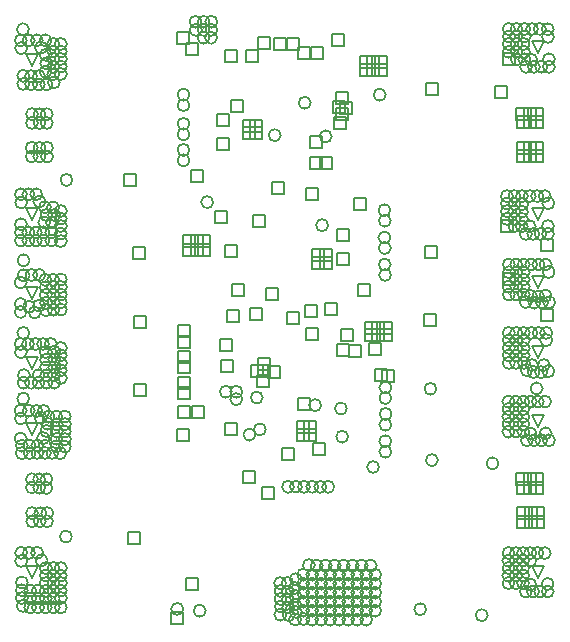
<source format=gbr>
%TF.GenerationSoftware,Altium Limited,Altium Designer,20.2.3 (150)*%
G04 Layer_Color=2752767*
%FSLAX26Y26*%
%MOIN*%
%TF.SameCoordinates,1E0D65CC-F0FE-4DFC-A0D5-6D9DD74121E6*%
%TF.FilePolarity,Positive*%
%TF.FileFunction,Drawing*%
%TF.Part,Single*%
G01*
G75*
%TA.AperFunction,NonConductor*%
%ADD57C,0.005000*%
%ADD98C,0.006667*%
D57*
X1418409Y1991432D02*
Y2031432D01*
X1458409D01*
Y1991432D01*
X1418409D01*
X953535Y1075311D02*
Y1115311D01*
X993535D01*
Y1075311D01*
X953535D01*
X1077000Y954000D02*
Y994000D01*
X1117000D01*
Y954000D01*
X1077000D01*
X1079000Y988000D02*
Y1028000D01*
X1119000D01*
Y988000D01*
X1079000D01*
X860000Y852000D02*
Y892000D01*
X900000D01*
Y852000D01*
X860000D01*
X955000Y1005765D02*
Y1045765D01*
X995000D01*
Y1005765D01*
X955000D01*
X1077910Y1013505D02*
Y1053505D01*
X1117910D01*
Y1013505D01*
X1077910D01*
X976000Y1172000D02*
Y1212000D01*
X1016000D01*
Y1172000D01*
X976000D01*
X1056000Y989000D02*
Y1029000D01*
X1096000D01*
Y989000D01*
X1056000D01*
X812000Y852000D02*
Y892000D01*
X852000D01*
Y852000D01*
X812000D01*
X808212Y774248D02*
Y814248D01*
X848212D01*
Y774248D01*
X808212D01*
X812992Y1087000D02*
Y1127000D01*
X852992D01*
Y1087000D01*
X812992D01*
X839441Y2061245D02*
Y2101245D01*
X879441D01*
Y2061245D01*
X839441D01*
X808254Y2098822D02*
Y2138822D01*
X848254D01*
Y2098822D01*
X808254D01*
X970000Y2038008D02*
Y2078008D01*
X1010000D01*
Y2038008D01*
X970000D01*
X1355652Y1108439D02*
Y1148439D01*
X1395652D01*
Y1108439D01*
X1355652D01*
X1113557Y987171D02*
Y1027171D01*
X1153557D01*
Y987171D01*
X1113557D01*
X988141Y1871300D02*
Y1911300D01*
X1028141D01*
Y1871300D01*
X988141D01*
X1040000Y2038008D02*
Y2078008D01*
X1080000D01*
Y2038008D01*
X1040000D01*
X1061440Y1487737D02*
Y1527737D01*
X1101440D01*
Y1487737D01*
X1061440D01*
X1330462Y1867735D02*
Y1907735D01*
X1370462D01*
Y1867735D01*
X1330462D01*
X1344000Y1060000D02*
Y1100000D01*
X1384000D01*
Y1060000D01*
X1344000D01*
X934808Y1503156D02*
Y1543156D01*
X974808D01*
Y1503156D01*
X934808D01*
X1327000Y2091000D02*
Y2131000D01*
X1367000D01*
Y2091000D01*
X1327000D01*
X1889142Y1472000D02*
Y1512000D01*
X1929142D01*
Y1472000D01*
X1889142D01*
X1398000Y1545000D02*
Y1585000D01*
X1438000D01*
Y1545000D01*
X1398000D01*
X1237385Y1190576D02*
Y1230576D01*
X1277385D01*
Y1190576D01*
X1237385D01*
X1177407Y1167208D02*
Y1207208D01*
X1217407D01*
Y1167208D01*
X1177407D01*
X1240386Y1578765D02*
Y1618765D01*
X1280386D01*
Y1578765D01*
X1240386D01*
X1259000Y1374000D02*
Y1414000D01*
X1299000D01*
Y1374000D01*
X1259000D01*
Y1350000D02*
Y1390000D01*
X1299000D01*
Y1350000D01*
X1259000D01*
X2012000Y2068000D02*
X1992000Y2108000D01*
X2032000D01*
X2012000Y2068000D01*
Y1512000D02*
X1992000Y1552000D01*
X2032000D01*
X2012000Y1512000D01*
Y1284000D02*
X1992000Y1324000D01*
X2032000D01*
X2012000Y1284000D01*
X1895268Y1294000D02*
Y1334000D01*
X1935268D01*
Y1294000D01*
X1895268D01*
X2012000Y1053000D02*
X1992000Y1093000D01*
X2032000D01*
X2012000Y1053000D01*
Y823000D02*
X1992000Y863000D01*
X2032000D01*
X2012000Y823000D01*
Y319000D02*
X1992000Y359000D01*
X2032000D01*
X2012000Y319000D01*
X325000D02*
X305000Y359000D01*
X345000D01*
X325000Y319000D01*
Y796000D02*
X305000Y836000D01*
X345000D01*
X325000Y796000D01*
Y1017000D02*
X305000Y1057000D01*
X345000D01*
X325000Y1017000D01*
Y1250000D02*
X305000Y1290000D01*
X345000D01*
X325000Y1250000D01*
Y1512000D02*
X305000Y1552000D01*
X345000D01*
X325000Y1512000D01*
Y2025000D02*
X305000Y2065000D01*
X345000D01*
X325000Y2025000D01*
X1469000Y974000D02*
Y1014000D01*
X1509000D01*
Y974000D01*
X1469000D01*
X1491787Y973000D02*
Y1013000D01*
X1531787D01*
Y973000D01*
X1491787D01*
X1435721Y1132750D02*
Y1172750D01*
X1475721D01*
Y1132750D01*
X1435721D01*
X1414328Y1258537D02*
Y1298537D01*
X1454328D01*
Y1258537D01*
X1414328D01*
X1382000Y1055000D02*
Y1095000D01*
X1422000D01*
Y1055000D01*
X1382000D01*
X1029078Y1780830D02*
Y1820830D01*
X1069078D01*
Y1780830D01*
X1029078D01*
X1054000Y1781000D02*
Y1821000D01*
X1094000D01*
Y1781000D01*
X1054000D01*
Y1806000D02*
Y1846000D01*
X1094000D01*
Y1806000D01*
X1054000D01*
X1029000D02*
Y1846000D01*
X1069000D01*
Y1806000D01*
X1029000D01*
X1231772Y776139D02*
Y816139D01*
X1271772D01*
Y776139D01*
X1231772D01*
X1231459Y801588D02*
Y841588D01*
X1271459D01*
Y801588D01*
X1231459D01*
X1208235Y775373D02*
Y815373D01*
X1248235D01*
Y775373D01*
X1208235D01*
X1208000Y802000D02*
Y842000D01*
X1248000D01*
Y802000D01*
X1208000D01*
X1286000Y1350000D02*
Y1390000D01*
X1326000D01*
Y1350000D01*
X1286000D01*
Y1374000D02*
Y1414000D01*
X1326000D01*
Y1374000D01*
X1286000D01*
X1487000Y1108000D02*
Y1148000D01*
X1527000D01*
Y1108000D01*
X1487000D01*
X1461000D02*
Y1148000D01*
X1501000D01*
Y1108000D01*
X1461000D01*
X1436000D02*
Y1148000D01*
X1476000D01*
Y1108000D01*
X1436000D01*
X1486809Y1133370D02*
Y1173370D01*
X1526809D01*
Y1133370D01*
X1486809D01*
X1460491Y1133060D02*
Y1173060D01*
X1500491D01*
Y1133060D01*
X1460491D01*
X878000Y1393000D02*
Y1433000D01*
X918000D01*
Y1393000D01*
X878000D01*
X856000D02*
Y1433000D01*
X896000D01*
Y1393000D01*
X856000D01*
X831000D02*
Y1433000D01*
X871000D01*
Y1393000D01*
X831000D01*
X878000Y1422000D02*
Y1462000D01*
X918000D01*
Y1422000D01*
X878000D01*
X856000D02*
Y1462000D01*
X896000D01*
Y1422000D01*
X856000D01*
X831000D02*
Y1462000D01*
X871000D01*
Y1422000D01*
X831000D01*
X1637005Y1385041D02*
Y1425041D01*
X1677005D01*
Y1385041D01*
X1637005D01*
X1869992Y1919000D02*
Y1959000D01*
X1909992D01*
Y1919000D01*
X1869992D01*
X1254000Y1682000D02*
Y1722000D01*
X1294000D01*
Y1682000D01*
X1254000D01*
Y1751000D02*
Y1791000D01*
X1294000D01*
Y1751000D01*
X1254000D01*
X1341000Y1847000D02*
Y1887000D01*
X1381000D01*
Y1847000D01*
X1341000D01*
X1354000Y1866000D02*
Y1906000D01*
X1394000D01*
Y1866000D01*
X1354000D01*
X1469000Y1992000D02*
Y2032000D01*
X1509000D01*
Y1992000D01*
X1469000D01*
X1444000D02*
Y2032000D01*
X1484000D01*
Y1992000D01*
X1444000D01*
X1469000Y2020000D02*
Y2060000D01*
X1509000D01*
Y2020000D01*
X1469000D01*
X1444000D02*
Y2060000D01*
X1484000D01*
Y2020000D01*
X1444000D01*
X1419000D02*
Y2060000D01*
X1459000D01*
Y2020000D01*
X1419000D01*
X789000Y164000D02*
Y204000D01*
X829000D01*
Y164000D01*
X789000D01*
X838591Y279000D02*
Y319000D01*
X878591D01*
Y279000D01*
X838591D01*
X1992000Y486000D02*
Y526000D01*
X2032000D01*
Y486000D01*
X1992000D01*
X1968000D02*
Y526000D01*
X2008000D01*
Y486000D01*
X1968000D01*
X1942000D02*
Y526000D01*
X1982000D01*
Y486000D01*
X1942000D01*
X1992000Y515000D02*
Y555000D01*
X2032000D01*
Y515000D01*
X1992000D01*
X1969000D02*
Y555000D01*
X2009000D01*
Y515000D01*
X1969000D01*
X1942000D02*
Y555000D01*
X1982000D01*
Y515000D01*
X1942000D01*
X1991000Y599000D02*
Y639000D01*
X2031000D01*
Y599000D01*
X1991000D01*
X1966000D02*
Y639000D01*
X2006000D01*
Y599000D01*
X1966000D01*
X1942000D02*
Y639000D01*
X1982000D01*
Y599000D01*
X1942000D01*
X1965783Y627947D02*
Y667947D01*
X2005783D01*
Y627947D01*
X1965783D01*
X1991000Y628000D02*
Y668000D01*
X2031000D01*
Y628000D01*
X1991000D01*
X1941000D02*
Y668000D01*
X1981000D01*
Y628000D01*
X1941000D01*
X1991000Y1704000D02*
Y1744000D01*
X2031000D01*
Y1704000D01*
X1991000D01*
X1967000D02*
Y1744000D01*
X2007000D01*
Y1704000D01*
X1967000D01*
X1943000D02*
Y1744000D01*
X1983000D01*
Y1704000D01*
X1943000D01*
X1991000Y1732000D02*
Y1772000D01*
X2031000D01*
Y1732000D01*
X1991000D01*
X1966000D02*
Y1772000D01*
X2006000D01*
Y1732000D01*
X1966000D01*
X1942000D02*
Y1772000D01*
X1982000D01*
Y1732000D01*
X1942000D01*
X1990000Y1818000D02*
Y1858000D01*
X2030000D01*
Y1818000D01*
X1990000D01*
X1966000D02*
Y1858000D01*
X2006000D01*
Y1818000D01*
X1966000D01*
X1942000D02*
Y1858000D01*
X1982000D01*
Y1818000D01*
X1942000D01*
X1989000Y1845000D02*
Y1885000D01*
X2029000D01*
Y1845000D01*
X1989000D01*
X1966000D02*
Y1885000D01*
X2006000D01*
Y1845000D01*
X1966000D01*
X1941000D02*
Y1885000D01*
X1981000D01*
Y1845000D01*
X1941000D01*
X1332552Y1816698D02*
Y1856698D01*
X1372552D01*
Y1816698D01*
X1332552D01*
X1212000Y879000D02*
Y919000D01*
X1252000D01*
Y879000D01*
X1212000D01*
X1304184Y1194272D02*
Y1234272D01*
X1344184D01*
Y1194272D01*
X1304184D01*
X812992Y1122000D02*
Y1162000D01*
X852992D01*
Y1122000D01*
X812992D01*
X1341000Y1899000D02*
Y1939000D01*
X1381000D01*
Y1899000D01*
X1341000D01*
X1080000Y2083000D02*
Y2123000D01*
X1120000D01*
Y2083000D01*
X1080000D01*
X1160000Y713000D02*
Y753000D01*
X1200000D01*
Y713000D01*
X1160000D01*
X1212000Y2048000D02*
Y2088000D01*
X1252000D01*
Y2048000D01*
X1212000D01*
X1134000Y2080000D02*
Y2120000D01*
X1174000D01*
Y2080000D01*
X1134000D01*
X994000Y1260008D02*
Y1300008D01*
X1034000D01*
Y1260008D01*
X994000D01*
X968341Y795972D02*
Y835972D01*
X1008341D01*
Y795972D01*
X968341D01*
X1092000Y583000D02*
Y623000D01*
X1132000D01*
Y583000D01*
X1092000D01*
X1176000Y2080000D02*
Y2120000D01*
X1216000D01*
Y2080000D01*
X1176000D01*
X1255000Y2048000D02*
Y2088000D01*
X1295000D01*
Y2048000D01*
X1255000D01*
X969000Y1388000D02*
Y1428000D01*
X1009000D01*
Y1388000D01*
X969000D01*
X645905Y432207D02*
Y472207D01*
X685905D01*
Y432207D01*
X645905D01*
X665636Y925787D02*
Y965787D01*
X705636D01*
Y925787D01*
X665636D01*
X662817Y1381642D02*
Y1421642D01*
X702817D01*
Y1381642D01*
X662817D01*
X666917Y1151726D02*
Y1191726D01*
X706917D01*
Y1151726D01*
X666917D01*
X1286405Y1682789D02*
Y1722789D01*
X1326405D01*
Y1682789D01*
X1286405D01*
X1126887Y1599915D02*
Y1639915D01*
X1166887D01*
Y1599915D01*
X1126887D01*
X634134Y1627255D02*
Y1667255D01*
X674134D01*
Y1627255D01*
X634134D01*
X856000Y1639000D02*
Y1679000D01*
X896000D01*
Y1639000D01*
X856000D01*
X943000Y1745000D02*
Y1785000D01*
X983000D01*
Y1745000D01*
X943000D01*
X942000Y1824000D02*
Y1864000D01*
X982000D01*
Y1824000D01*
X942000D01*
X2022000Y1176000D02*
Y1216000D01*
X2062000D01*
Y1176000D01*
X2022000D01*
X2023000Y1409000D02*
Y1449000D01*
X2063000D01*
Y1409000D01*
X2023000D01*
X1343000Y1363000D02*
Y1403000D01*
X1383000D01*
Y1363000D01*
X1343000D01*
X1344000Y1441000D02*
Y1481000D01*
X1384000D01*
Y1441000D01*
X1344000D01*
X1632000Y1158000D02*
Y1198000D01*
X1672000D01*
Y1158000D01*
X1632000D01*
X1895535Y2028000D02*
Y2068000D01*
X1935535D01*
Y2028000D01*
X1895535D01*
X1639162Y1928125D02*
Y1968125D01*
X1679162D01*
Y1928125D01*
X1639162D01*
X1054000Y1179000D02*
Y1219000D01*
X1094000D01*
Y1179000D01*
X1054000D01*
X1105898Y1244102D02*
Y1284102D01*
X1145898D01*
Y1244102D01*
X1105898D01*
X1241000Y1112000D02*
Y1152000D01*
X1281000D01*
Y1112000D01*
X1241000D01*
X1262000Y727850D02*
Y767850D01*
X1302000D01*
Y727850D01*
X1262000D01*
X813000Y949378D02*
Y989378D01*
X853000D01*
Y949378D01*
X813000D01*
X812992Y1036000D02*
Y1076000D01*
X852992D01*
Y1036000D01*
X812992D01*
Y915000D02*
Y955000D01*
X852992D01*
Y915000D01*
X812992D01*
Y1001000D02*
Y1041000D01*
X852992D01*
Y1001000D01*
X812992D01*
X1451000Y1062000D02*
Y1102000D01*
X1491000D01*
Y1062000D01*
X1451000D01*
X1030719Y635108D02*
Y675108D01*
X1070719D01*
Y635108D01*
X1030719D01*
D98*
X850992Y1711000D02*
G03*
X850992Y1711000I-20000J0D01*
G01*
Y1746000D02*
G03*
X850992Y1746000I-20000J0D01*
G01*
Y1833000D02*
G03*
X850992Y1833000I-20000J0D01*
G01*
Y1930000D02*
G03*
X850992Y1930000I-20000J0D01*
G01*
Y1895000D02*
G03*
X850992Y1895000I-20000J0D01*
G01*
Y1798000D02*
G03*
X850992Y1798000I-20000J0D01*
G01*
X918000Y2120000D02*
G03*
X918000Y2120000I-20000J0D01*
G01*
X943000D02*
G03*
X943000Y2120000I-20000J0D01*
G01*
X892000Y2146000D02*
G03*
X892000Y2146000I-20000J0D01*
G01*
X918000D02*
G03*
X918000Y2146000I-20000J0D01*
G01*
X944000D02*
G03*
X944000Y2146000I-20000J0D01*
G01*
X891000Y2173000D02*
G03*
X891000Y2173000I-20000J0D01*
G01*
X918000D02*
G03*
X918000Y2173000I-20000J0D01*
G01*
X944000D02*
G03*
X944000Y2173000I-20000J0D01*
G01*
X1155000Y1795000D02*
G03*
X1155000Y1795000I-20000J0D01*
G01*
X1255000Y1903000D02*
G03*
X1255000Y1903000I-20000J0D01*
G01*
X1027000Y915000D02*
G03*
X1027000Y915000I-20000J0D01*
G01*
Y939992D02*
G03*
X1027000Y939992I-20000J0D01*
G01*
X1095118Y920519D02*
G03*
X1095118Y920519I-20000J0D01*
G01*
X1333376Y622953D02*
G03*
X1333376Y622953I-20000J0D01*
G01*
X1307239Y622788D02*
G03*
X1307239Y622788I-20000J0D01*
G01*
X1280316Y623073D02*
G03*
X1280316Y623073I-20000J0D01*
G01*
X1252605Y622772D02*
G03*
X1252605Y622772I-20000J0D01*
G01*
X1225948Y623525D02*
G03*
X1225948Y623525I-20000J0D01*
G01*
X1199441Y623073D02*
G03*
X1199441Y623073I-20000J0D01*
G01*
X1520827Y1545000D02*
G03*
X1520827Y1545000I-20000J0D01*
G01*
X1521827Y1364000D02*
G03*
X1521827Y1364000I-20000J0D01*
G01*
X1520827Y1454000D02*
G03*
X1520827Y1454000I-20000J0D01*
G01*
X930000Y1571984D02*
G03*
X930000Y1571984I-20000J0D01*
G01*
X2065000Y299000D02*
G03*
X2065000Y299000I-20000J0D01*
G01*
X2007000Y297000D02*
G03*
X2007000Y297000I-20000J0D01*
G01*
X2065000Y274000D02*
G03*
X2065000Y274000I-20000J0D01*
G01*
X2040000D02*
G03*
X2040000Y274000I-20000J0D01*
G01*
X2016000D02*
G03*
X2016000Y274000I-20000J0D01*
G01*
X1992000D02*
G03*
X1992000Y274000I-20000J0D01*
G01*
X1983000Y302000D02*
G03*
X1983000Y302000I-20000J0D01*
G01*
X1959000D02*
G03*
X1959000Y302000I-20000J0D01*
G01*
X1983000Y327000D02*
G03*
X1983000Y327000I-20000J0D01*
G01*
X1959000D02*
G03*
X1959000Y327000I-20000J0D01*
G01*
X1983000Y352000D02*
G03*
X1983000Y352000I-20000J0D01*
G01*
X1959000D02*
G03*
X1959000Y352000I-20000J0D01*
G01*
X2007000Y377000D02*
G03*
X2007000Y377000I-20000J0D01*
G01*
X1983000D02*
G03*
X1983000Y377000I-20000J0D01*
G01*
X1959000D02*
G03*
X1959000Y377000I-20000J0D01*
G01*
X2055000Y402000D02*
G03*
X2055000Y402000I-20000J0D01*
G01*
X2031000D02*
G03*
X2031000Y402000I-20000J0D01*
G01*
X2007000D02*
G03*
X2007000Y402000I-20000J0D01*
G01*
X1983000D02*
G03*
X1983000Y402000I-20000J0D01*
G01*
X1959000D02*
G03*
X1959000Y402000I-20000J0D01*
G01*
X1934000Y377000D02*
G03*
X1934000Y377000I-20000J0D01*
G01*
Y327000D02*
G03*
X1934000Y327000I-20000J0D01*
G01*
X1934268Y302000D02*
G03*
X1934268Y302000I-20000J0D01*
G01*
Y352000D02*
G03*
X1934268Y352000I-20000J0D01*
G01*
X2056000Y907000D02*
G03*
X2056000Y907000I-20000J0D01*
G01*
X2032000D02*
G03*
X2032000Y907000I-20000J0D01*
G01*
X2008000D02*
G03*
X2008000Y907000I-20000J0D01*
G01*
X2058000Y801000D02*
G03*
X2058000Y801000I-20000J0D01*
G01*
X2008000Y800000D02*
G03*
X2008000Y800000I-20000J0D01*
G01*
X2069000Y778000D02*
G03*
X2069000Y778000I-20000J0D01*
G01*
X2044000D02*
G03*
X2044000Y778000I-20000J0D01*
G01*
X2020000D02*
G03*
X2020000Y778000I-20000J0D01*
G01*
X1996000D02*
G03*
X1996000Y778000I-20000J0D01*
G01*
X1984000Y807000D02*
G03*
X1984000Y807000I-20000J0D01*
G01*
Y832000D02*
G03*
X1984000Y832000I-20000J0D01*
G01*
Y857000D02*
G03*
X1984000Y857000I-20000J0D01*
G01*
Y882000D02*
G03*
X1984000Y882000I-20000J0D01*
G01*
Y907000D02*
G03*
X1984000Y907000I-20000J0D01*
G01*
X1959000D02*
G03*
X1959000Y907000I-20000J0D01*
G01*
Y882000D02*
G03*
X1959000Y882000I-20000J0D01*
G01*
Y857000D02*
G03*
X1959000Y857000I-20000J0D01*
G01*
Y832000D02*
G03*
X1959000Y832000I-20000J0D01*
G01*
Y807000D02*
G03*
X1959000Y807000I-20000J0D01*
G01*
X1934000Y832000D02*
G03*
X1934000Y832000I-20000J0D01*
G01*
Y882000D02*
G03*
X1934000Y882000I-20000J0D01*
G01*
X1934268Y807000D02*
G03*
X1934268Y807000I-20000J0D01*
G01*
Y907000D02*
G03*
X1934268Y907000I-20000J0D01*
G01*
X2052413Y1028761D02*
G03*
X2052413Y1028761I-20000J0D01*
G01*
X2012194Y1028812D02*
G03*
X2012194Y1028812I-20000J0D01*
G01*
X2067145Y1008319D02*
G03*
X2067145Y1008319I-20000J0D01*
G01*
X2043172Y1005244D02*
G03*
X2043172Y1005244I-20000J0D01*
G01*
X2018018Y1005409D02*
G03*
X2018018Y1005409I-20000J0D01*
G01*
X2060000Y1112000D02*
G03*
X2060000Y1112000I-20000J0D01*
G01*
X1994447Y1012414D02*
G03*
X1994447Y1012414I-20000J0D01*
G01*
X1986000Y1036000D02*
G03*
X1986000Y1036000I-20000J0D01*
G01*
X1960000D02*
G03*
X1960000Y1036000I-20000J0D01*
G01*
X1985000Y1061000D02*
G03*
X1985000Y1061000I-20000J0D01*
G01*
X1960000D02*
G03*
X1960000Y1061000I-20000J0D01*
G01*
X1985000Y1085000D02*
G03*
X1985000Y1085000I-20000J0D01*
G01*
X1960000D02*
G03*
X1960000Y1085000I-20000J0D01*
G01*
X1985000Y1111000D02*
G03*
X1985000Y1111000I-20000J0D01*
G01*
X1960000D02*
G03*
X1960000Y1111000I-20000J0D01*
G01*
X2060000Y1136000D02*
G03*
X2060000Y1136000I-20000J0D01*
G01*
X2035000D02*
G03*
X2035000Y1136000I-20000J0D01*
G01*
X2010000D02*
G03*
X2010000Y1136000I-20000J0D01*
G01*
X1985000D02*
G03*
X1985000Y1136000I-20000J0D01*
G01*
X1960000D02*
G03*
X1960000Y1136000I-20000J0D01*
G01*
X1935000Y1061000D02*
G03*
X1935000Y1061000I-20000J0D01*
G01*
Y1111000D02*
G03*
X1935000Y1111000I-20000J0D01*
G01*
X1935268Y1036000D02*
G03*
X1935268Y1036000I-20000J0D01*
G01*
Y1136000D02*
G03*
X1935268Y1136000I-20000J0D01*
G01*
Y1086000D02*
G03*
X1935268Y1086000I-20000J0D01*
G01*
X2068000Y1339000D02*
G03*
X2068000Y1339000I-20000J0D01*
G01*
X2058000Y1260000D02*
G03*
X2058000Y1260000I-20000J0D01*
G01*
X2033000Y1257000D02*
G03*
X2033000Y1257000I-20000J0D01*
G01*
X2070000Y1238000D02*
G03*
X2070000Y1238000I-20000J0D01*
G01*
X2046000Y1237000D02*
G03*
X2046000Y1237000I-20000J0D01*
G01*
X2021000D02*
G03*
X2021000Y1237000I-20000J0D01*
G01*
X2009000Y1259000D02*
G03*
X2009000Y1259000I-20000J0D01*
G01*
X1992000Y1239000D02*
G03*
X1992000Y1239000I-20000J0D01*
G01*
X1985000Y1264000D02*
G03*
X1985000Y1264000I-20000J0D01*
G01*
X1960000D02*
G03*
X1960000Y1264000I-20000J0D01*
G01*
X1985000Y1290000D02*
G03*
X1985000Y1290000I-20000J0D01*
G01*
X1960000D02*
G03*
X1960000Y1290000I-20000J0D01*
G01*
X1985000Y1314000D02*
G03*
X1985000Y1314000I-20000J0D01*
G01*
X1960000D02*
G03*
X1960000Y1314000I-20000J0D01*
G01*
X1985000Y1338000D02*
G03*
X1985000Y1338000I-20000J0D01*
G01*
X1960000D02*
G03*
X1960000Y1338000I-20000J0D01*
G01*
X2058000Y1364000D02*
G03*
X2058000Y1364000I-20000J0D01*
G01*
X2034000D02*
G03*
X2034000Y1364000I-20000J0D01*
G01*
X2010000D02*
G03*
X2010000Y1364000I-20000J0D01*
G01*
X1985000D02*
G03*
X1985000Y1364000I-20000J0D01*
G01*
X1960000D02*
G03*
X1960000Y1364000I-20000J0D01*
G01*
X1935000Y1290000D02*
G03*
X1935000Y1290000I-20000J0D01*
G01*
X1936000Y1338000D02*
G03*
X1936000Y1338000I-20000J0D01*
G01*
X1935268Y1364000D02*
G03*
X1935268Y1364000I-20000J0D01*
G01*
Y1264000D02*
G03*
X1935268Y1264000I-20000J0D01*
G01*
X2067000Y1568000D02*
G03*
X2067000Y1568000I-20000J0D01*
G01*
X2005000Y1491000D02*
G03*
X2005000Y1491000I-20000J0D01*
G01*
X2066000Y1492000D02*
G03*
X2066000Y1492000I-20000J0D01*
G01*
Y1466000D02*
G03*
X2066000Y1466000I-20000J0D01*
G01*
X2041000D02*
G03*
X2041000Y1466000I-20000J0D01*
G01*
X2017000D02*
G03*
X2017000Y1466000I-20000J0D01*
G01*
X1992000D02*
G03*
X1992000Y1466000I-20000J0D01*
G01*
X1979000Y1491000D02*
G03*
X1979000Y1491000I-20000J0D01*
G01*
X1954000Y1492000D02*
G03*
X1954000Y1492000I-20000J0D01*
G01*
X1979000Y1516000D02*
G03*
X1979000Y1516000I-20000J0D01*
G01*
X1954000D02*
G03*
X1954000Y1516000I-20000J0D01*
G01*
X1979000Y1540000D02*
G03*
X1979000Y1540000I-20000J0D01*
G01*
X1954000Y1541000D02*
G03*
X1954000Y1541000I-20000J0D01*
G01*
X1980000Y1565000D02*
G03*
X1980000Y1565000I-20000J0D01*
G01*
X1954000Y1566000D02*
G03*
X1954000Y1566000I-20000J0D01*
G01*
X2055000Y1592000D02*
G03*
X2055000Y1592000I-20000J0D01*
G01*
X2030000D02*
G03*
X2030000Y1592000I-20000J0D01*
G01*
X2005000D02*
G03*
X2005000Y1592000I-20000J0D01*
G01*
X1979000D02*
G03*
X1979000Y1592000I-20000J0D01*
G01*
X1954000D02*
G03*
X1954000Y1592000I-20000J0D01*
G01*
X1929000Y1516000D02*
G03*
X1929000Y1516000I-20000J0D01*
G01*
Y1567000D02*
G03*
X1929000Y1567000I-20000J0D01*
G01*
X1929142Y1542000D02*
G03*
X1929142Y1542000I-20000J0D01*
G01*
Y1592000D02*
G03*
X1929142Y1592000I-20000J0D01*
G01*
X1934268Y402000D02*
G03*
X1934268Y402000I-20000J0D01*
G01*
X2027980Y950868D02*
G03*
X2027980Y950868I-20000J0D01*
G01*
X2066000Y2123000D02*
G03*
X2066000Y2123000I-20000J0D01*
G01*
X2010000Y2046000D02*
G03*
X2010000Y2046000I-20000J0D01*
G01*
X2069000Y2048000D02*
G03*
X2069000Y2048000I-20000J0D01*
G01*
Y2023000D02*
G03*
X2069000Y2023000I-20000J0D01*
G01*
X2044000D02*
G03*
X2044000Y2023000I-20000J0D01*
G01*
X2019000D02*
G03*
X2019000Y2023000I-20000J0D01*
G01*
X1993000D02*
G03*
X1993000Y2023000I-20000J0D01*
G01*
X1987000Y2048000D02*
G03*
X1987000Y2048000I-20000J0D01*
G01*
X1962000D02*
G03*
X1962000Y2048000I-20000J0D01*
G01*
X1986000Y2073000D02*
G03*
X1986000Y2073000I-20000J0D01*
G01*
X1961000D02*
G03*
X1961000Y2073000I-20000J0D01*
G01*
X1985000Y2099000D02*
G03*
X1985000Y2099000I-20000J0D01*
G01*
X1961000D02*
G03*
X1961000Y2099000I-20000J0D01*
G01*
X1988000Y2124000D02*
G03*
X1988000Y2124000I-20000J0D01*
G01*
X1961000D02*
G03*
X1961000Y2124000I-20000J0D01*
G01*
X2065000Y2148000D02*
G03*
X2065000Y2148000I-20000J0D01*
G01*
X2039000Y2149000D02*
G03*
X2039000Y2149000I-20000J0D01*
G01*
X2013000D02*
G03*
X2013000Y2149000I-20000J0D01*
G01*
X1987000D02*
G03*
X1987000Y2149000I-20000J0D01*
G01*
X1961000D02*
G03*
X1961000Y2149000I-20000J0D01*
G01*
X1935000Y2073000D02*
G03*
X1935000Y2073000I-20000J0D01*
G01*
X1936000Y2124000D02*
G03*
X1936000Y2124000I-20000J0D01*
G01*
X1935268Y2149000D02*
G03*
X1935268Y2149000I-20000J0D01*
G01*
Y2099000D02*
G03*
X1935268Y2099000I-20000J0D01*
G01*
X378000Y378000D02*
G03*
X378000Y378000I-20000J0D01*
G01*
X363000Y403000D02*
G03*
X363000Y403000I-20000J0D01*
G01*
X336000D02*
G03*
X336000Y403000I-20000J0D01*
G01*
X310000D02*
G03*
X310000Y403000I-20000J0D01*
G01*
Y376000D02*
G03*
X310000Y376000I-20000J0D01*
G01*
X312000Y304000D02*
G03*
X312000Y304000I-20000J0D01*
G01*
X315000Y226000D02*
G03*
X315000Y226000I-20000J0D01*
G01*
X312000Y252000D02*
G03*
X312000Y252000I-20000J0D01*
G01*
Y278000D02*
G03*
X312000Y278000I-20000J0D01*
G01*
X340000Y277000D02*
G03*
X340000Y277000I-20000J0D01*
G01*
X366000D02*
G03*
X366000Y277000I-20000J0D01*
G01*
Y251000D02*
G03*
X366000Y251000I-20000J0D01*
G01*
X340000D02*
G03*
X340000Y251000I-20000J0D01*
G01*
Y221000D02*
G03*
X340000Y221000I-20000J0D01*
G01*
X366000D02*
G03*
X366000Y221000I-20000J0D01*
G01*
X392000D02*
G03*
X392000Y221000I-20000J0D01*
G01*
Y251000D02*
G03*
X392000Y251000I-20000J0D01*
G01*
Y276000D02*
G03*
X392000Y276000I-20000J0D01*
G01*
Y302000D02*
G03*
X392000Y302000I-20000J0D01*
G01*
Y327000D02*
G03*
X392000Y327000I-20000J0D01*
G01*
X418000Y221000D02*
G03*
X418000Y221000I-20000J0D01*
G01*
X418138Y251673D02*
G03*
X418138Y251673I-20000J0D01*
G01*
X418000Y276000D02*
G03*
X418000Y276000I-20000J0D01*
G01*
Y302000D02*
G03*
X418000Y302000I-20000J0D01*
G01*
Y327000D02*
G03*
X418000Y327000I-20000J0D01*
G01*
X392000Y352000D02*
G03*
X392000Y352000I-20000J0D01*
G01*
X418000D02*
G03*
X418000Y352000I-20000J0D01*
G01*
X442000Y327000D02*
G03*
X442000Y327000I-20000J0D01*
G01*
Y277000D02*
G03*
X442000Y277000I-20000J0D01*
G01*
Y221000D02*
G03*
X442000Y221000I-20000J0D01*
G01*
X442000Y252000D02*
G03*
X442000Y252000I-20000J0D01*
G01*
Y302000D02*
G03*
X442000Y302000I-20000J0D01*
G01*
Y352000D02*
G03*
X442000Y352000I-20000J0D01*
G01*
X1505000Y1930000D02*
G03*
X1505000Y1930000I-20000J0D01*
G01*
X375000Y853000D02*
G03*
X375000Y853000I-20000J0D01*
G01*
X385000Y876000D02*
G03*
X385000Y876000I-20000J0D01*
G01*
X361000D02*
G03*
X361000Y876000I-20000J0D01*
G01*
X335000Y877000D02*
G03*
X335000Y877000I-20000J0D01*
G01*
X308000D02*
G03*
X308000Y877000I-20000J0D01*
G01*
X309000Y851000D02*
G03*
X309000Y851000I-20000J0D01*
G01*
X398000Y833000D02*
G03*
X398000Y833000I-20000J0D01*
G01*
X394000Y809000D02*
G03*
X394000Y809000I-20000J0D01*
G01*
X383000Y785000D02*
G03*
X383000Y785000I-20000J0D01*
G01*
X308000Y784000D02*
G03*
X308000Y784000I-20000J0D01*
G01*
X389000Y760000D02*
G03*
X389000Y760000I-20000J0D01*
G01*
X364000D02*
G03*
X364000Y760000I-20000J0D01*
G01*
X338000D02*
G03*
X338000Y760000I-20000J0D01*
G01*
X312000D02*
G03*
X312000Y760000I-20000J0D01*
G01*
Y735000D02*
G03*
X312000Y735000I-20000J0D01*
G01*
X338000D02*
G03*
X338000Y735000I-20000J0D01*
G01*
X364000Y736000D02*
G03*
X364000Y736000I-20000J0D01*
G01*
X389000D02*
G03*
X389000Y736000I-20000J0D01*
G01*
X440000Y735000D02*
G03*
X440000Y735000I-20000J0D01*
G01*
X414000Y736000D02*
G03*
X414000Y736000I-20000J0D01*
G01*
X428000Y758000D02*
G03*
X428000Y758000I-20000J0D01*
G01*
Y783000D02*
G03*
X428000Y783000I-20000J0D01*
G01*
Y807000D02*
G03*
X428000Y807000I-20000J0D01*
G01*
Y831000D02*
G03*
X428000Y831000I-20000J0D01*
G01*
X427000Y857000D02*
G03*
X427000Y857000I-20000J0D01*
G01*
X400839Y857028D02*
G03*
X400839Y857028I-20000J0D01*
G01*
X456000Y782000D02*
G03*
X456000Y782000I-20000J0D01*
G01*
Y832000D02*
G03*
X456000Y832000I-20000J0D01*
G01*
X455590Y757000D02*
G03*
X455590Y757000I-20000J0D01*
G01*
Y807000D02*
G03*
X455590Y807000I-20000J0D01*
G01*
Y857000D02*
G03*
X455590Y857000I-20000J0D01*
G01*
X409000Y1099000D02*
G03*
X409000Y1099000I-20000J0D01*
G01*
X383000D02*
G03*
X383000Y1099000I-20000J0D01*
G01*
X358000D02*
G03*
X358000Y1099000I-20000J0D01*
G01*
X333000D02*
G03*
X333000Y1099000I-20000J0D01*
G01*
X308000D02*
G03*
X308000Y1099000I-20000J0D01*
G01*
X309000Y1072000D02*
G03*
X309000Y1072000I-20000J0D01*
G01*
D02*
G03*
X309000Y1072000I-20000J0D01*
G01*
X420000Y1073000D02*
G03*
X420000Y1073000I-20000J0D01*
G01*
X392000Y1072000D02*
G03*
X392000Y1072000I-20000J0D01*
G01*
D02*
G03*
X392000Y1072000I-20000J0D01*
G01*
X420000Y1047000D02*
G03*
X420000Y1047000I-20000J0D01*
G01*
X393000D02*
G03*
X393000Y1047000I-20000J0D01*
G01*
X420000Y1021000D02*
G03*
X420000Y1021000I-20000J0D01*
G01*
X393000D02*
G03*
X393000Y1021000I-20000J0D01*
G01*
X420000Y995000D02*
G03*
X420000Y995000I-20000J0D01*
G01*
X394000D02*
G03*
X394000Y995000I-20000J0D01*
G01*
X368000D02*
G03*
X368000Y995000I-20000J0D01*
G01*
X319000D02*
G03*
X319000Y995000I-20000J0D01*
G01*
X318000Y970000D02*
G03*
X318000Y970000I-20000J0D01*
G01*
X343000D02*
G03*
X343000Y970000I-20000J0D01*
G01*
X368000D02*
G03*
X368000Y970000I-20000J0D01*
G01*
X394000D02*
G03*
X394000Y970000I-20000J0D01*
G01*
X420000D02*
G03*
X420000Y970000I-20000J0D01*
G01*
X442000Y1011000D02*
G03*
X442000Y1011000I-20000J0D01*
G01*
Y1061000D02*
G03*
X442000Y1061000I-20000J0D01*
G01*
X442079Y986000D02*
G03*
X442079Y986000I-20000J0D01*
G01*
Y1036000D02*
G03*
X442079Y1036000I-20000J0D01*
G01*
Y1086000D02*
G03*
X442079Y1086000I-20000J0D01*
G01*
X392000Y1288000D02*
G03*
X392000Y1288000I-20000J0D01*
G01*
X355000Y1204000D02*
G03*
X355000Y1204000I-20000J0D01*
G01*
X308000Y1206000D02*
G03*
X308000Y1206000I-20000J0D01*
G01*
X336000Y1223000D02*
G03*
X336000Y1223000I-20000J0D01*
G01*
X370000Y1227000D02*
G03*
X370000Y1227000I-20000J0D01*
G01*
X308000Y1232000D02*
G03*
X308000Y1232000I-20000J0D01*
G01*
Y1304000D02*
G03*
X308000Y1304000I-20000J0D01*
G01*
X318000Y1328000D02*
G03*
X318000Y1328000I-20000J0D01*
G01*
X344000Y1329000D02*
G03*
X344000Y1329000I-20000J0D01*
G01*
X370000D02*
G03*
X370000Y1329000I-20000J0D01*
G01*
X393000Y1212000D02*
G03*
X393000Y1212000I-20000J0D01*
G01*
Y1236000D02*
G03*
X393000Y1236000I-20000J0D01*
G01*
X418000Y1213000D02*
G03*
X418000Y1213000I-20000J0D01*
G01*
Y1237000D02*
G03*
X418000Y1237000I-20000J0D01*
G01*
X392000Y1263000D02*
G03*
X392000Y1263000I-20000J0D01*
G01*
X417000D02*
G03*
X417000Y1263000I-20000J0D01*
G01*
Y1289000D02*
G03*
X417000Y1289000I-20000J0D01*
G01*
X390000Y1313000D02*
G03*
X390000Y1313000I-20000J0D01*
G01*
X417000D02*
G03*
X417000Y1313000I-20000J0D01*
G01*
X442000Y1289000D02*
G03*
X442000Y1289000I-20000J0D01*
G01*
Y1238000D02*
G03*
X442000Y1238000I-20000J0D01*
G01*
X442000Y1214000D02*
G03*
X442000Y1214000I-20000J0D01*
G01*
Y1264000D02*
G03*
X442000Y1264000I-20000J0D01*
G01*
Y1314000D02*
G03*
X442000Y1314000I-20000J0D01*
G01*
X410000Y1471000D02*
G03*
X410000Y1471000I-20000J0D01*
G01*
X384000D02*
G03*
X384000Y1471000I-20000J0D01*
G01*
X359000D02*
G03*
X359000Y1471000I-20000J0D01*
G01*
X334000D02*
G03*
X334000Y1471000I-20000J0D01*
G01*
X411000Y1444000D02*
G03*
X411000Y1444000I-20000J0D01*
G01*
X384000D02*
G03*
X384000Y1444000I-20000J0D01*
G01*
X359000D02*
G03*
X359000Y1444000I-20000J0D01*
G01*
X334000D02*
G03*
X334000Y1444000I-20000J0D01*
G01*
X309000D02*
G03*
X309000Y1444000I-20000J0D01*
G01*
Y1471000D02*
G03*
X309000Y1471000I-20000J0D01*
G01*
Y1498000D02*
G03*
X309000Y1498000I-20000J0D01*
G01*
X413000Y1504000D02*
G03*
X413000Y1504000I-20000J0D01*
G01*
X387000D02*
G03*
X387000Y1504000I-20000J0D01*
G01*
X420000Y1529000D02*
G03*
X420000Y1529000I-20000J0D01*
G01*
X394000D02*
G03*
X394000Y1529000I-20000J0D01*
G01*
X416000Y1554000D02*
G03*
X416000Y1554000I-20000J0D01*
G01*
X389000Y1555000D02*
G03*
X389000Y1555000I-20000J0D01*
G01*
X371000Y1574000D02*
G03*
X371000Y1574000I-20000J0D01*
G01*
X310000Y1571000D02*
G03*
X310000Y1571000I-20000J0D01*
G01*
X360000Y1598000D02*
G03*
X360000Y1598000I-20000J0D01*
G01*
X334000D02*
G03*
X334000Y1598000I-20000J0D01*
G01*
X309000D02*
G03*
X309000Y1598000I-20000J0D01*
G01*
X442000Y1517000D02*
G03*
X442000Y1517000I-20000J0D01*
G01*
Y1467000D02*
G03*
X442000Y1467000I-20000J0D01*
G01*
X442000Y1442000D02*
G03*
X442000Y1442000I-20000J0D01*
G01*
Y1492000D02*
G03*
X442000Y1492000I-20000J0D01*
G01*
Y1542000D02*
G03*
X442000Y1542000I-20000J0D01*
G01*
X419000Y1971000D02*
G03*
X419000Y1971000I-20000J0D01*
G01*
X391000Y2007000D02*
G03*
X391000Y2007000I-20000J0D01*
G01*
X394000Y2035000D02*
G03*
X394000Y2035000I-20000J0D01*
G01*
X392000Y2063000D02*
G03*
X392000Y2063000I-20000J0D01*
G01*
X376000Y2087000D02*
G03*
X376000Y2087000I-20000J0D01*
G01*
X391000Y2111000D02*
G03*
X391000Y2111000I-20000J0D01*
G01*
X362000D02*
G03*
X362000Y2111000I-20000J0D01*
G01*
X335000D02*
G03*
X335000Y2111000I-20000J0D01*
G01*
X309000D02*
G03*
X309000Y2111000I-20000J0D01*
G01*
X310000Y2085000D02*
G03*
X310000Y2085000I-20000J0D01*
G01*
X369000Y1992000D02*
G03*
X369000Y1992000I-20000J0D01*
G01*
X343000D02*
G03*
X343000Y1992000I-20000J0D01*
G01*
X317000Y1993000D02*
G03*
X317000Y1993000I-20000J0D01*
G01*
X394000Y1964000D02*
G03*
X394000Y1964000I-20000J0D01*
G01*
X369000D02*
G03*
X369000Y1964000I-20000J0D01*
G01*
X343000Y1965000D02*
G03*
X343000Y1965000I-20000J0D01*
G01*
X317000Y1966000D02*
G03*
X317000Y1966000I-20000J0D01*
G01*
X417000Y2099000D02*
G03*
X417000Y2099000I-20000J0D01*
G01*
Y2074000D02*
G03*
X417000Y2074000I-20000J0D01*
G01*
Y2049000D02*
G03*
X417000Y2049000I-20000J0D01*
G01*
Y2023000D02*
G03*
X417000Y2023000I-20000J0D01*
G01*
Y1998000D02*
G03*
X417000Y1998000I-20000J0D01*
G01*
X442000Y2024000D02*
G03*
X442000Y2024000I-20000J0D01*
G01*
Y2074000D02*
G03*
X442000Y2074000I-20000J0D01*
G01*
X442000Y2099000D02*
G03*
X442000Y2099000I-20000J0D01*
G01*
Y2049000D02*
G03*
X442000Y2049000I-20000J0D01*
G01*
Y1999000D02*
G03*
X442000Y1999000I-20000J0D01*
G01*
X1524759Y865751D02*
G03*
X1524759Y865751I-20000J0D01*
G01*
X396000Y1724000D02*
G03*
X396000Y1724000I-20000J0D01*
G01*
X371000D02*
G03*
X371000Y1724000I-20000J0D01*
G01*
X345000D02*
G03*
X345000Y1724000I-20000J0D01*
G01*
X396000Y1753000D02*
G03*
X396000Y1753000I-20000J0D01*
G01*
X371000D02*
G03*
X371000Y1753000I-20000J0D01*
G01*
X345000D02*
G03*
X345000Y1753000I-20000J0D01*
G01*
X395000Y1836000D02*
G03*
X395000Y1836000I-20000J0D01*
G01*
X371000D02*
G03*
X371000Y1836000I-20000J0D01*
G01*
X346000D02*
G03*
X346000Y1836000I-20000J0D01*
G01*
X395000Y1865000D02*
G03*
X395000Y1865000I-20000J0D01*
G01*
X371000D02*
G03*
X371000Y1865000I-20000J0D01*
G01*
X346000D02*
G03*
X346000Y1865000I-20000J0D01*
G01*
X394000Y619000D02*
G03*
X394000Y619000I-20000J0D01*
G01*
X370000Y620000D02*
G03*
X370000Y620000I-20000J0D01*
G01*
X346000Y621000D02*
G03*
X346000Y621000I-20000J0D01*
G01*
X394000Y648000D02*
G03*
X394000Y648000I-20000J0D01*
G01*
X370000D02*
G03*
X370000Y648000I-20000J0D01*
G01*
X346000D02*
G03*
X346000Y648000I-20000J0D01*
G01*
X396000Y508000D02*
G03*
X396000Y508000I-20000J0D01*
G01*
X372000D02*
G03*
X372000Y508000I-20000J0D01*
G01*
X347000D02*
G03*
X347000Y508000I-20000J0D01*
G01*
X397000Y535000D02*
G03*
X397000Y535000I-20000J0D01*
G01*
X374000D02*
G03*
X374000Y535000I-20000J0D01*
G01*
X346000D02*
G03*
X346000Y535000I-20000J0D01*
G01*
X1325000Y1791000D02*
G03*
X1325000Y1791000I-20000J0D01*
G01*
X1070992Y797000D02*
G03*
X1070992Y797000I-20000J0D01*
G01*
X1290000Y894992D02*
G03*
X1290000Y894992I-20000J0D01*
G01*
X830000Y216000D02*
G03*
X830000Y216000I-20000J0D01*
G01*
X1375642Y883880D02*
G03*
X1375642Y883880I-20000J0D01*
G01*
X1313000Y1495000D02*
G03*
X1313000Y1495000I-20000J0D01*
G01*
X317992Y1378000D02*
G03*
X317992Y1378000I-20000J0D01*
G01*
X461000Y1646000D02*
G03*
X461000Y1646000I-20000J0D01*
G01*
X315992Y2148000D02*
G03*
X315992Y2148000I-20000J0D01*
G01*
X1251744Y182378D02*
G03*
X1251744Y182378I-20000J0D01*
G01*
X1223000Y181000D02*
G03*
X1223000Y181000I-20000J0D01*
G01*
X1225000Y206000D02*
G03*
X1225000Y206000I-20000J0D01*
G01*
X1202000Y195000D02*
G03*
X1202000Y195000I-20000J0D01*
G01*
X1174000Y197000D02*
G03*
X1174000Y197000I-20000J0D01*
G01*
X1200000Y221000D02*
G03*
X1200000Y221000I-20000J0D01*
G01*
X1175000Y224000D02*
G03*
X1175000Y224000I-20000J0D01*
G01*
X1223000Y231000D02*
G03*
X1223000Y231000I-20000J0D01*
G01*
X1224000Y259000D02*
G03*
X1224000Y259000I-20000J0D01*
G01*
X1199000Y248000D02*
G03*
X1199000Y248000I-20000J0D01*
G01*
X1174000Y249000D02*
G03*
X1174000Y249000I-20000J0D01*
G01*
X1199000Y274000D02*
G03*
X1199000Y274000I-20000J0D01*
G01*
X1174000Y276000D02*
G03*
X1174000Y276000I-20000J0D01*
G01*
X1222000Y286000D02*
G03*
X1222000Y286000I-20000J0D01*
G01*
X1225000Y315000D02*
G03*
X1225000Y315000I-20000J0D01*
G01*
X1198000Y302000D02*
G03*
X1198000Y302000I-20000J0D01*
G01*
X1173000D02*
G03*
X1173000Y302000I-20000J0D01*
G01*
X1523008Y1329000D02*
G03*
X1523008Y1329000I-20000J0D01*
G01*
X1522008Y1419000D02*
G03*
X1522008Y1419000I-20000J0D01*
G01*
Y1510000D02*
G03*
X1522008Y1510000I-20000J0D01*
G01*
X1674243Y949567D02*
G03*
X1674243Y949567I-20000J0D01*
G01*
X459000Y457000D02*
G03*
X459000Y457000I-20000J0D01*
G01*
X316992Y917000D02*
G03*
X316992Y917000I-20000J0D01*
G01*
Y1136000D02*
G03*
X316992Y1136000I-20000J0D01*
G01*
X1105607Y814226D02*
G03*
X1105607Y814226I-20000J0D01*
G01*
X1640119Y214706D02*
G03*
X1640119Y214706I-20000J0D01*
G01*
X992000Y939992D02*
G03*
X992000Y939992I-20000J0D01*
G01*
X1845000Y195000D02*
G03*
X1845000Y195000I-20000J0D01*
G01*
X1483000Y689000D02*
G03*
X1483000Y689000I-20000J0D01*
G01*
X1881000Y701000D02*
G03*
X1881000Y701000I-20000J0D01*
G01*
X1679000Y712000D02*
G03*
X1679000Y712000I-20000J0D01*
G01*
X1524008Y775000D02*
G03*
X1524008Y775000I-20000J0D01*
G01*
X1380000Y790000D02*
G03*
X1380000Y790000I-20000J0D01*
G01*
X1934268Y857000D02*
G03*
X1934268Y857000I-20000J0D01*
G01*
X1524008Y954000D02*
G03*
X1524008Y954000I-20000J0D01*
G01*
Y919000D02*
G03*
X1524008Y919000I-20000J0D01*
G01*
Y830000D02*
G03*
X1524008Y830000I-20000J0D01*
G01*
Y740000D02*
G03*
X1524008Y740000I-20000J0D01*
G01*
X905008Y210000D02*
G03*
X905008Y210000I-20000J0D01*
G01*
X1460000Y180000D02*
G03*
X1460000Y180000I-20000J0D01*
G01*
X1430000D02*
G03*
X1430000Y180000I-20000J0D01*
G01*
X1400000D02*
G03*
X1400000Y180000I-20000J0D01*
G01*
X1370000D02*
G03*
X1370000Y180000I-20000J0D01*
G01*
X1340000D02*
G03*
X1340000Y180000I-20000J0D01*
G01*
X1310000D02*
G03*
X1310000Y180000I-20000J0D01*
G01*
X1280000D02*
G03*
X1280000Y180000I-20000J0D01*
G01*
X1490000Y210000D02*
G03*
X1490000Y210000I-20000J0D01*
G01*
X1460000D02*
G03*
X1460000Y210000I-20000J0D01*
G01*
X1430000D02*
G03*
X1430000Y210000I-20000J0D01*
G01*
X1400000D02*
G03*
X1400000Y210000I-20000J0D01*
G01*
X1370000D02*
G03*
X1370000Y210000I-20000J0D01*
G01*
X1340000D02*
G03*
X1340000Y210000I-20000J0D01*
G01*
X1310000D02*
G03*
X1310000Y210000I-20000J0D01*
G01*
X1280000D02*
G03*
X1280000Y210000I-20000J0D01*
G01*
X1250000D02*
G03*
X1250000Y210000I-20000J0D01*
G01*
X1490000Y240000D02*
G03*
X1490000Y240000I-20000J0D01*
G01*
X1460000D02*
G03*
X1460000Y240000I-20000J0D01*
G01*
X1430000D02*
G03*
X1430000Y240000I-20000J0D01*
G01*
X1400000D02*
G03*
X1400000Y240000I-20000J0D01*
G01*
X1370000D02*
G03*
X1370000Y240000I-20000J0D01*
G01*
X1340000D02*
G03*
X1340000Y240000I-20000J0D01*
G01*
X1310000D02*
G03*
X1310000Y240000I-20000J0D01*
G01*
X1280000D02*
G03*
X1280000Y240000I-20000J0D01*
G01*
X1250000D02*
G03*
X1250000Y240000I-20000J0D01*
G01*
X1490000Y270000D02*
G03*
X1490000Y270000I-20000J0D01*
G01*
X1460000D02*
G03*
X1460000Y270000I-20000J0D01*
G01*
X1430000D02*
G03*
X1430000Y270000I-20000J0D01*
G01*
X1400000D02*
G03*
X1400000Y270000I-20000J0D01*
G01*
X1370000D02*
G03*
X1370000Y270000I-20000J0D01*
G01*
X1340000D02*
G03*
X1340000Y270000I-20000J0D01*
G01*
X1310000D02*
G03*
X1310000Y270000I-20000J0D01*
G01*
X1280000D02*
G03*
X1280000Y270000I-20000J0D01*
G01*
X1250000D02*
G03*
X1250000Y270000I-20000J0D01*
G01*
X1490000Y300000D02*
G03*
X1490000Y300000I-20000J0D01*
G01*
X1460000D02*
G03*
X1460000Y300000I-20000J0D01*
G01*
X1430000D02*
G03*
X1430000Y300000I-20000J0D01*
G01*
X1400000D02*
G03*
X1400000Y300000I-20000J0D01*
G01*
X1370000D02*
G03*
X1370000Y300000I-20000J0D01*
G01*
X1340000D02*
G03*
X1340000Y300000I-20000J0D01*
G01*
X1310000D02*
G03*
X1310000Y300000I-20000J0D01*
G01*
X1280000D02*
G03*
X1280000Y300000I-20000J0D01*
G01*
X1250000D02*
G03*
X1250000Y300000I-20000J0D01*
G01*
X1490000Y330000D02*
G03*
X1490000Y330000I-20000J0D01*
G01*
X1460000D02*
G03*
X1460000Y330000I-20000J0D01*
G01*
X1430000D02*
G03*
X1430000Y330000I-20000J0D01*
G01*
X1400000D02*
G03*
X1400000Y330000I-20000J0D01*
G01*
X1370000D02*
G03*
X1370000Y330000I-20000J0D01*
G01*
X1340000D02*
G03*
X1340000Y330000I-20000J0D01*
G01*
X1310000D02*
G03*
X1310000Y330000I-20000J0D01*
G01*
X1280000D02*
G03*
X1280000Y330000I-20000J0D01*
G01*
X1250000D02*
G03*
X1250000Y330000I-20000J0D01*
G01*
X1475000Y360000D02*
G03*
X1475000Y360000I-20000J0D01*
G01*
X1445000D02*
G03*
X1445000Y360000I-20000J0D01*
G01*
X1415000D02*
G03*
X1415000Y360000I-20000J0D01*
G01*
X1385000D02*
G03*
X1385000Y360000I-20000J0D01*
G01*
X1355000D02*
G03*
X1355000Y360000I-20000J0D01*
G01*
X1325000D02*
G03*
X1325000Y360000I-20000J0D01*
G01*
X1295000D02*
G03*
X1295000Y360000I-20000J0D01*
G01*
X1269000Y362000D02*
G03*
X1269000Y362000I-20000J0D01*
G01*
%TF.MD5,797a030c16188ced07ce884fe45adb05*%
M02*

</source>
